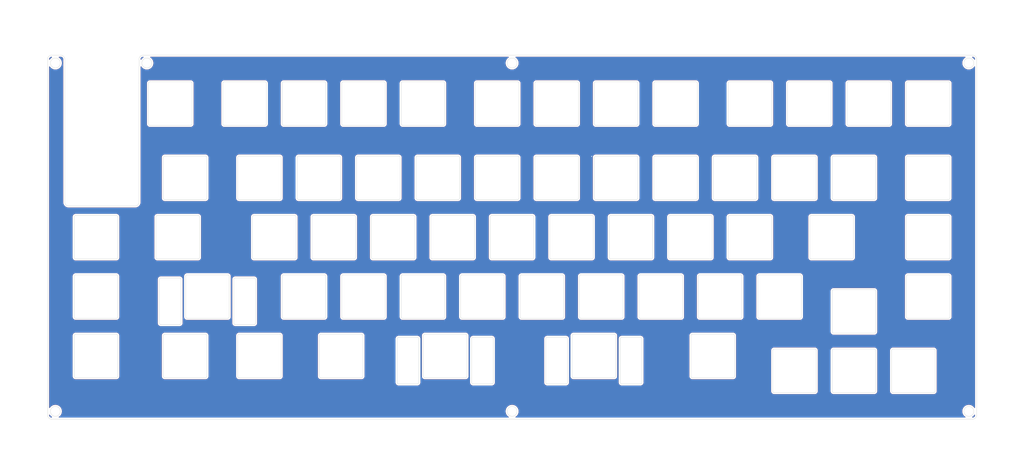
<source format=kicad_pcb>
(kicad_pcb (version 20240108) (generator "pcbnew") (generator_version "8.0")
  (layers (0 "F.Cu" signal) (31 "B.Cu" signal) (34 "B.Paste" user) (35 "F.Paste" user) (36 "B.SilkS" user "B.Silkscreen") (37 "F.SilkS" user "F.Silkscreen") (38 "B.Mask" user) (39 "F.Mask" user) (44 "Edge.Cuts" user))
  (net 0 "")
  (net 1 "GND")
  (gr_line (start 314.723962 121.826712) (end 314.723962 134.826712) (stroke (width 0.1)) (layer "Edge.Cuts"))
  (gr_arc (start 361.848962 121.326712) (mid 362.202515 121.473159) (end 362.348962 121.826712) (stroke (width 0.1)) (layer "Edge.Cuts"))
  (gr_arc (start 171.848962 115.776712) (mid 171.702515 116.130265) (end 171.348962 116.276712) (stroke (width 0.1)) (layer "Edge.Cuts"))
  (gr_line (start 234.548962 102.276712) (end 247.548962 102.276712) (stroke (width 0.1)) (layer "Edge.Cuts"))
  (gr_arc (start 210.236462 59.914212) (mid 210.382909 59.560659) (end 210.736462 59.414212) (stroke (width 0.1)) (layer "Edge.Cuts"))
  (gr_line (start 185.629712 141.376712) (end 191.629662 141.376712) (stroke (width 0.1)) (layer "Edge.Cuts"))
  (gr_arc (start 357.086462 145.139212) (mid 357.440015 145.285659) (end 357.586462 145.639212) (stroke (width 0.1)) (layer "Edge.Cuts"))
  (gr_arc (start 233.254762 156.376712) (mid 232.898701 156.227723) (end 232.754712 155.869612) (stroke (width 0.1)) (layer "Edge.Cuts"))
  (gr_line (start 228.998962 102.776712) (end 228.998962 115.776712) (stroke (width 0.1)) (layer "Edge.Cuts"))
  (gr_arc (start 291.698962 116.276712) (mid 291.345409 116.130265) (end 291.198962 115.776712) (stroke (width 0.1)) (layer "Edge.Cuts"))
  (gr_arc (start 263.130662 141.376712) (mid 263.486748 141.525726) (end 263.630712 141.883883) (stroke (width 0.1)) (layer "Edge.Cuts"))
  (gr_line (start 305.198962 102.776712) (end 305.198962 115.776712) (stroke (width 0.1)) (layer "Edge.Cuts"))
  (gr_line (start 190.398962 116.276712) (end 177.398962 116.276712) (stroke (width 0.1)) (layer "Edge.Cuts"))
  (gr_line (start 110.723962 83.226712) (end 123.723962 83.226712) (stroke (width 0.1)) (layer "Edge.Cuts"))
  (gr_line (start 153.586462 83.226712) (end 166.586462 83.226712) (stroke (width 0.1)) (layer "Edge.Cuts"))
  (gr_line (start 262.336462 59.914212) (end 262.336462 72.914212) (stroke (width 0.1)) (layer "Edge.Cuts"))
  (gr_arc (start 172.136462 83.726712) (mid 172.282909 83.373159) (end 172.636462 83.226712) (stroke (width 0.1)) (layer "Edge.Cuts"))
  (gr_arc (start 241.692862 154.376712) (mid 241.336736 154.227759) (end 241.192712 153.869612) (stroke (width 0.1)) (layer "Edge.Cuts"))
  (gr_arc (start 234.048962 102.776712) (mid 234.195409 102.423159) (end 234.548962 102.276712) (stroke (width 0.1)) (layer "Edge.Cuts"))
  (gr_line (start 129.273962 72.914212) (end 129.273962 59.914212) (stroke (width 0.1)) (layer "Edge.Cuts"))
  (gr_arc (start 330.892662 102.276712) (mid 331.248748 102.425726) (end 331.392712 102.783883) (stroke (width 0.1)) (layer "Edge.Cuts"))
  (gr_line (start 214.998962 115.776712) (end 214.998962 102.776712) (stroke (width 0.1)) (layer "Edge.Cuts"))
  (gr_arc (start 107.842712 102.776712) (mid 107.989162 102.423176) (end 108.342712 102.276712) (stroke (width 0.1)) (layer "Edge.Cuts"))
  (gr_line (start 267.386462 96.726712) (end 267.386462 83.726712) (stroke (width 0.1)) (layer "Edge.Cuts"))
  (gr_line (start 305.486462 96.726712) (end 305.486462 83.726712) (stroke (width 0.1)) (layer "Edge.Cuts"))
  (gr_line (start 348.348962 134.826712) (end 348.348962 121.826712) (stroke (width 0.1)) (layer "Edge.Cuts"))
  (gr_arc (start 257.130762 156.376712) (mid 256.774701 156.227723) (end 256.630712 155.869612) (stroke (width 0.1)) (layer "Edge.Cuts"))
  (gr_line (start 286.936462 83.226712) (end 299.936462 83.226712) (stroke (width 0.1)) (layer "Edge.Cuts"))
  (gr_line (start 357.086462 159.139212) (end 344.086462 159.139212) (stroke (width 0.1)) (layer "Edge.Cuts"))
  (gr_line (start 205.186462 83.726712) (end 205.186462 96.726712) (stroke (width 0.1)) (layer "Edge.Cuts"))
  (gr_line (start 207.067712 154.376712) (end 194.067762 154.376712) (stroke (width 0.1)) (layer "Edge.Cuts"))
  (gr_arc (start 285.648962 102.276712) (mid 286.002515 102.423159) (end 286.148962 102.776712) (stroke (width 0.1)) (layer "Edge.Cuts"))
  (gr_arc (start 215.498962 116.276712) (mid 215.145409 116.130265) (end 214.998962 115.776712) (stroke (width 0.1)) (layer "Edge.Cuts"))
  (gr_line (start 131.367712 121.833883) (end 131.367712 134.826712) (stroke (width 0.1)) (layer "Edge.Cuts"))
  (gr_arc (start 177.398962 116.276712) (mid 177.045409 116.130265) (end 176.898962 115.776712) (stroke (width 0.1)) (layer "Edge.Cuts"))
  (gr_line (start 257.573962 121.826712) (end 257.573962 134.826712) (stroke (width 0.1)) (layer "Edge.Cuts"))
  (gr_arc (start 172.636462 97.226712) (mid 172.282909 97.080265) (end 172.136462 96.726712) (stroke (width 0.1)) (layer "Edge.Cuts"))
  (gr_line (start 147.536462 97.226712) (end 134.536462 97.226712) (stroke (width 0.1)) (layer "Edge.Cuts"))
  (gr_arc (start 82.148962 116.276712) (mid 81.795409 116.130265) (end 81.648962 115.776712) (stroke (width 0.1)) (layer "Edge.Cuts"))
  (gr_arc (start 257.573962 134.826712) (mid 257.427515 135.180265) (end 257.073962 135.326712) (stroke (width 0.1)) (layer "Edge.Cuts"))
  (gr_line (start 139.305712 137.326712) (end 133.305762 137.326712) (stroke (width 0.1)) (layer "Edge.Cuts"))
  (gr_line (start 176.898962 115.776712) (end 176.898962 102.776712) (stroke (width 0.1)) (layer "Edge.Cuts"))
  (gr_arc (start 266.598962 102.276712) (mid 266.952515 102.423159) (end 267.098962 102.776712) (stroke (width 0.1)) (layer "Edge.Cuts"))
  (gr_arc (start 209.505762 156.376712) (mid 209.149701 156.227723) (end 209.005712 155.869612) (stroke (width 0.1)) (layer "Edge.Cuts"))
  (gr_arc (start 291.698962 73.414212) (mid 291.345409 73.267765) (end 291.198962 72.914212) (stroke (width 0.1)) (layer "Edge.Cuts"))
  (gr_line (start 329.798962 59.414212) (end 342.798962 59.414212) (stroke (width 0.1)) (layer "Edge.Cuts"))
  (gr_arc (start 193.567712 140.876712) (mid 193.714162 140.523176) (end 194.067712 140.376712) (stroke (width 0.1)) (layer "Edge.Cuts"))
  (gr_arc (start 130.867562 121.326712) (mid 131.223713 121.47569) (end 131.367712 121.833883) (stroke (width 0.1)) (layer "Edge.Cuts"))
  (gr_arc (start 142.773962 59.414212) (mid 143.127515 59.560659) (end 143.273962 59.914212) (stroke (width 0.1)) (layer "Edge.Cuts"))
  (gr_arc (start 108.929712 122.826712) (mid 109.076162 122.473176) (end 109.429712 122.326712) (stroke (width 0.1)) (layer "Edge.Cuts"))
  (gr_arc (start 185.629862 156.376712) (mid 185.273736 156.227759) (end 185.129712 155.869612) (stroke (width 0.1)) (layer "Edge.Cuts"))
  (gr_line (start 166.586462 97.226712) (end 153.586462 97.226712) (stroke (width 0.1)) (layer "Edge.Cuts"))
  (gr_arc (start 82.148962 154.376712) (mid 81.795409 154.230265) (end 81.648962 153.876712) (stroke (width 0.1)) (layer "Edge.Cuts"))
  (gr_line (start 338.536462 83.726712) (end 338.536462 96.726712) (stroke (width 0.1)) (layer "Edge.Cuts"))
  (gr_circle (center 75.648962 53.414212) (end 77.248962 53.414212) (stroke (width 0.1)) (fill none) (layer "Edge.Cuts"))
  (gr_arc (start 157.848962 102.776712) (mid 157.995409 102.423159) (end 158.348962 102.276712) (stroke (width 0.1)) (layer "Edge.Cuts"))
  (gr_line (start 118.961462 73.414212) (end 105.961462 73.414212) (stroke (width 0.1)) (layer "Edge.Cuts"))
  (gr_line (start 229.786462 83.226712) (end 242.786462 83.226712) (stroke (width 0.1)) (layer "Edge.Cuts"))
  (gr_line (start 348.348962 72.914212) (end 348.348962 59.914212) (stroke (width 0.1)) (layer "Edge.Cuts"))
  (gr_line (start 257.073962 135.326712) (end 244.073962 135.326712) (stroke (width 0.1)) (layer "Edge.Cuts"))
  (gr_arc (start 123.723962 83.226712) (mid 124.077515 83.373159) (end 124.223962 83.726712) (stroke (width 0.1)) (layer "Edge.Cuts"))
  (gr_line (start 243.573962 134.826712) (end 243.573962 121.826712) (stroke (width 0.1)) (layer "Edge.Cuts"))
  (gr_line (start 167.873962 121.326712) (end 180.873962 121.326712) (stroke (width 0.1)) (layer "Edge.Cuts"))
  (gr_arc (start 161.823962 59.414212) (mid 162.177515 59.560659) (end 162.323962 59.914212) (stroke (width 0.1)) (layer "Edge.Cuts"))
  (gr_arc (start 210.736462 73.414212) (mid 210.382909 73.267765) (end 210.236462 72.914212) (stroke (width 0.1)) (layer "Edge.Cuts"))
  (gr_line (start 161.823962 73.414212) (end 148.823962 73.414212) (stroke (width 0.1)) (layer "Edge.Cuts"))
  (gr_arc (start 348.348962 59.914212) (mid 348.495409 59.560659) (end 348.848962 59.414212) (stroke (width 0.1)) (layer "Edge.Cuts"))
  (gr_arc (start 219.473962 134.826712) (mid 219.327515 135.180265) (end 218.973962 135.326712) (stroke (width 0.1)) (layer "Edge.Cuts"))
  (gr_arc (start 338.036462 83.226712) (mid 338.390015 83.373159) (end 338.536462 83.726712) (stroke (width 0.1)) (layer "Edge.Cuts"))
  (gr_line (start 152.798962 102.776712) (end 152.798962 115.776712) (stroke (width 0.1)) (layer "Edge.Cuts"))
  (gr_circle (center 368.348962 165.139212) (end 369.948962 165.139212) (stroke (width 0.1)) (fill none) (layer "Edge.Cuts"))
  (gr_arc (start 110.223962 140.876712) (mid 110.370409 140.523159) (end 110.723962 140.376712) (stroke (width 0.1)) (layer "Edge.Cuts"))
  (gr_line (start 291.198962 115.776712) (end 291.198962 102.776712) (stroke (width 0.1)) (layer "Edge.Cuts"))
  (gr_line (start 295.173962 135.326712) (end 282.173962 135.326712) (stroke (width 0.1)) (layer "Edge.Cuts"))
  (gr_arc (start 319.486462 96.726712) (mid 319.340015 97.080265) (end 318.986462 97.226712) (stroke (width 0.1)) (layer "Edge.Cuts"))
  (gr_line (start 200.423962 121.826712) (end 200.423962 134.826712) (stroke (width 0.1)) (layer "Edge.Cuts"))
  (gr_arc (start 324.536462 126.589212) (mid 324.682909 126.235659) (end 325.036462 126.089212) (stroke (width 0.1)) (layer "Edge.Cuts"))
  (gr_arc (start 205.473962 121.826712) (mid 205.620409 121.473159) (end 205.973962 121.326712) (stroke (width 0.1)) (layer "Edge.Cuts"))
  (gr_line (start 172.636462 83.226712) (end 185.636462 83.226712) (stroke (width 0.1)) (layer "Edge.Cuts"))
  (gr_line (start 153.086462 96.726712) (end 153.086462 83.726712) (stroke (width 0.1)) (layer "Edge.Cuts"))
  (gr_arc (start 174.230212 153.876712) (mid 174.083762 154.230248) (end 173.730212 154.376712) (stroke (width 0.1)) (layer "Edge.Cuts"))
  (gr_line (start 324.248962 59.914212) (end 324.248962 72.914212) (stroke (width 0.1)) (layer "Edge.Cuts"))
  (gr_line (start 171.848962 102.776712) (end 171.848962 115.776712) (stroke (width 0.1)) (layer "Edge.Cuts"))
  (gr_line (start 282.173962 121.326712) (end 295.173962 121.326712) (stroke (width 0.1)) (layer "Edge.Cuts"))
  (gr_line (start 281.673962 134.826712) (end 281.673962 121.826712) (stroke (width 0.1)) (layer "Edge.Cuts"))
  (gr_arc (start 342.798962 59.414212) (mid 343.152515 59.560659) (end 343.298962 59.914212) (stroke (width 0.1)) (layer "Edge.Cuts"))
  (gr_arc (start 224.236462 72.914212) (mid 224.090015 73.267765) (end 223.736462 73.414212) (stroke (width 0.1)) (layer "Edge.Cuts"))
  (gr_line (start 267.886462 59.414212) (end 280.886462 59.414212) (stroke (width 0.1)) (layer "Edge.Cuts"))
  (gr_arc (start 323.748962 59.414212) (mid 324.102515 59.560659) (end 324.248962 59.914212) (stroke (width 0.1)) (layer "Edge.Cuts"))
  (gr_arc (start 167.373962 59.914212) (mid 167.520409 59.560659) (end 167.873962 59.414212) (stroke (width 0.1)) (layer "Edge.Cuts"))
  (gr_arc (start 209.948962 115.776712) (mid 209.802515 116.130265) (end 209.448962 116.276712) (stroke (width 0.1)) (layer "Edge.Cuts"))
  (gr_line (start 281.386462 83.726712) (end 281.386462 96.726712) (stroke (width 0.1)) (layer "Edge.Cuts"))
  (gr_line (start 362.348962 121.826712) (end 362.348962 134.826712) (stroke (width 0.1)) (layer "Edge.Cuts"))
  (gr_arc (start 77.39896 50.914212) (mid 78.282845 51.280329) (end 78.648962 52.164214) (stroke (width 0.1)) (layer "Edge.Cuts"))
  (gr_arc (start 348.848962 97.226712) (mid 348.495409 97.080265) (end 348.348962 96.726712) (stroke (width 0.1)) (layer "Edge.Cuts"))
  (gr_line (start 132.805712 136.819612) (end 132.805712 122.826712) (stroke (width 0.1)) (layer "Edge.Cuts"))
  (gr_line (start 121.342712 116.276712) (end 108.342762 116.276712) (stroke (width 0.1)) (layer "Edge.Cuts"))
  (gr_arc (start 291.198962 102.776712) (mid 291.345409 102.423159) (end 291.698962 102.276712) (stroke (width 0.1)) (layer "Edge.Cuts"))
  (gr_arc (start 300.436462 96.726712) (mid 300.290015 97.080265) (end 299.936462 97.226712) (stroke (width 0.1)) (layer "Edge.Cuts"))
  (gr_line (start 279.792712 140.376712) (end 292.792662 140.376712) (stroke (width 0.1)) (layer "Edge.Cuts"))
  (gr_line (start 209.448962 116.276712) (end 196.448962 116.276712) (stroke (width 0.1)) (layer "Edge.Cuts"))
  (gr_line (start 257.130712 141.376712) (end 263.130662 141.376712) (stroke (width 0.1)) (layer "Edge.Cuts"))
  (gr_line (start 95.648962 102.776712) (end 95.648962 115.776712) (stroke (width 0.1)) (layer "Edge.Cuts"))
  (gr_line (start 243.286462 59.914212) (end 243.286462 72.914212) (stroke (width 0.1)) (layer "Edge.Cuts"))
  (gr_line (start 305.986462 145.139212) (end 318.986462 145.139212) (stroke (width 0.1)) (layer "Edge.Cuts"))
  (gr_arc (start 124.223962 153.876712) (mid 124.077515 154.230265) (end 123.723962 154.376712) (stroke (width 0.1)) (layer "Edge.Cuts"))
  (gr_arc (start 171.348962 102.276712) (mid 171.702515 102.423159) (end 171.848962 102.776712) (stroke (width 0.1)) (layer "Edge.Cuts"))
  (gr_arc (start 194.067762 154.376712) (mid 193.711701 154.227723) (end 193.567712 153.869612) (stroke (width 0.1)) (layer "Edge.Cuts"))
  (gr_arc (start 262.623962 121.826712) (mid 262.770409 121.473159) (end 263.123962 121.326712) (stroke (width 0.1)) (layer "Edge.Cuts"))
  (gr_arc (start 272.648962 116.276712) (mid 272.295409 116.130265) (end 272.148962 115.776712) (stroke (width 0.1)) (layer "Edge.Cuts"))
  (gr_arc (start 81.648962 121.826712) (mid 81.795409 121.473159) (end 82.148962 121.326712) (stroke (width 0.1)) (layer "Edge.Cuts"))
  (gr_line (start 262.336462 83.726712) (end 262.336462 96.726712) (stroke (width 0.1)) (layer "Edge.Cuts"))
  (gr_line (start 181.373962 59.914212) (end 181.373962 72.914212) (stroke (width 0.1)) (layer "Edge.Cuts"))
  (gr_arc (start 361.848962 83.226712) (mid 362.202515 83.373159) (end 362.348962 83.726712) (stroke (width 0.1)) (layer "Edge.Cuts"))
  (gr_arc (start 254.692662 140.376712) (mid 255.048748 140.525726) (end 255.192712 140.883883) (stroke (width 0.1)) (layer "Edge.Cuts"))
  (gr_line (start 241.692712 140.376712) (end 254.692662 140.376712) (stroke (width 0.1)) (layer "Edge.Cuts"))
  (gr_line (start 293.292712 140.883883) (end 293.292712 153.876712) (stroke (width 0.1)) (layer "Edge.Cuts"))
  (gr_arc (start 153.586462 97.226712) (mid 153.232909 97.080265) (end 153.086462 96.726712) (stroke (width 0.1)) (layer "Edge.Cuts"))
  (gr_arc (start 280.886462 59.414212) (mid 281.240015 59.560659) (end 281.386462 59.914212) (stroke (width 0.1)) (layer "Edge.Cuts"))
  (gr_arc (start 262.336462 96.726712) (mid 262.190015 97.080265) (end 261.836462 97.226712) (stroke (width 0.1)) (layer "Edge.Cuts"))
  (gr_arc (start 281.386462 96.726712) (mid 281.240015 97.080265) (end 280.886462 97.226712) (stroke (width 0.1)) (layer "Edge.Cuts"))
  (gr_arc (start 305.198962 72.914212) (mid 305.052515 73.267765) (end 304.698962 73.414212) (stroke (width 0.1)) (layer "Edge.Cuts"))
  (gr_line (start 74.398964 167.639212) (end 369.598962 167.639212) (stroke (width 0.1)) (layer "Edge.Cuts"))
  (gr_arc (start 338.036462 145.139212) (mid 338.390015 145.285659) (end 338.536462 145.639212) (stroke (width 0.1)) (layer "Edge.Cuts"))
  (gr_line (start 209.005712 155.869612) (end 209.005712 141.876712) (stroke (width 0.1)) (layer "Edge.Cuts"))
  (gr_arc (start 82.148962 135.326712) (mid 81.795409 135.180265) (end 81.648962 134.826712) (stroke (width 0.1)) (layer "Edge.Cuts"))
  (gr_arc (start 210.736462 97.226712) (mid 210.382909 97.080265) (end 210.236462 96.726712) (stroke (width 0.1)) (layer "Edge.Cuts"))
  (gr_line (start 338.536462 145.639212) (end 338.536462 158.639212) (stroke (width 0.1)) (layer "Edge.Cuts"))
  (gr_arc (start 199.923962 59.414212) (mid 200.277515 59.560659) (end 200.423962 59.914212) (stroke (width 0.1)) (layer "Edge.Cuts"))
  (gr_line (start 361.848962 73.414212) (end 348.848962 73.414212) (stroke (width 0.1)) (layer "Edge.Cuts"))
  (gr_line (start 310.248962 72.914212) (end 310.248962 59.914212) (stroke (width 0.1)) (layer "Edge.Cuts"))
  (gr_line (start 291.698962 102.276712) (end 304.698962 102.276712) (stroke (width 0.1)) (layer "Edge.Cuts"))
  (gr_arc (start 204.686462 83.226712) (mid 205.040015 83.373159) (end 205.186462 83.726712) (stroke (width 0.1)) (layer "Edge.Cuts"))
  (gr_arc (start 134.036462 140.876712) (mid 134.182909 140.523159) (end 134.536462 140.376712) (stroke (width 0.1)) (layer "Edge.Cuts"))
  (gr_arc (start 148.323962 121.826712) (mid 148.470409 121.473159) (end 148.823962 121.326712) (stroke (width 0.1)) (layer "Edge.Cuts"))
  (gr_arc (start 276.623962 134.826712) (mid 276.477515 135.180265) (end 276.123962 135.326712) (stroke (width 0.1)) (layer "Edge.Cuts"))
  (gr_line (start 247.548962 116.276712) (end 234.548962 116.276712) (stroke (width 0.1)) (layer "Edge.Cuts"))
  (gr_arc (start 81.648962 102.776712) (mid 81.795409 102.423159) (end 82.148962 102.276712) (stroke (width 0.1)) (layer "Edge.Cuts"))
  (gr_arc (start 348.848962 116.276712) (mid 348.495409 116.130265) (end 348.348962 115.776712) (stroke (width 0.1)) (layer "Edge.Cuts"))
  (gr_line (start 286.148962 102.776712) (end 286.148962 115.776712) (stroke (width 0.1)) (layer "Edge.Cuts"))
  (gr_line (start 115.429712 137.326712) (end 109.429762 137.326712) (stroke (width 0.1)) (layer "Edge.Cuts"))
  (gr_line (start 331.392712 102.783883) (end 331.392712 115.776712) (stroke (width 0.1)) (layer "Edge.Cuts"))
  (gr_line (start 348.348962 96.726712) (end 348.348962 83.726712) (stroke (width 0.1)) (layer "Edge.Cuts"))
  (gr_line (start 229.786462 59.414212) (end 242.786462 59.414212) (stroke (width 0.1)) (layer "Edge.Cuts"))
  (gr_arc (start 324.248962 72.914212) (mid 324.102515 73.267765) (end 323.748962 73.414212) (stroke (width 0.1)) (layer "Edge.Cuts"))
  (gr_arc (start 200.423962 72.914212) (mid 200.277515 73.267765) (end 199.923962 73.414212) (stroke (width 0.1)) (layer "Edge.Cuts"))
  (gr_line (start 138.798962 115.776712) (end 138.798962 102.776712) (stroke (width 0.1)) (layer "Edge.Cuts"))
  (gr_arc (start 186.136462 96.726712) (mid 185.990015 97.080265) (end 185.636462 97.226712) (stroke (width 0.1)) (layer "Edge.Cuts"))
  (gr_line (start 229.286462 96.726712) (end 229.286462 83.726712) (stroke (width 0.1)) (layer "Edge.Cuts"))
  (gr_line (start 205.473962 134.826712) (end 205.473962 121.826712) (stroke (width 0.1)) (layer "Edge.Cuts"))
  (gr_line (start 82.148962 102.276712) (end 95.148962 102.276712) (stroke (width 0.1)) (layer "Edge.Cuts"))
  (gr_arc (start 190.898962 115.776712) (mid 190.752515 116.130265) (end 190.398962 116.276712) (stroke (width 0.1)) (layer "Edge.Cuts"))
  (gr_arc (start 234.548962 116.276712) (mid 234.195409 116.130265) (end 234.048962 115.776712) (stroke (width 0.1)) (layer "Edge.Cuts"))
  (gr_arc (start 325.036462 140.089212) (mid 324.682909 139.942765) (end 324.536462 139.589212) (stroke (width 0.1)) (layer "Edge.Cuts"))
  (gr_line (start 338.536462 126.589212) (end 338.536462 139.589212) (stroke (width 0.1)) (layer "Edge.Cuts"))
  (gr_line (start 238.523962 121.826712) (end 238.523962 134.826712) (stroke (width 0.1)) (layer "Edge.Cuts"))
  (gr_line (start 338.036462 97.226712) (end 325.036462 97.226712) (stroke (width 0.1)) (layer "Edge.Cuts"))
  (gr_circle (center 368.348962 53.414212) (end 369.948962 53.414212) (stroke (width 0.1)) (fill none) (layer "Edge.Cuts"))
  (gr_arc (start 209.448962 102.276712) (mid 209.802515 102.423159) (end 209.948962 102.776712) (stroke (width 0.1)) (layer "Edge.Cuts"))
  (gr_line (start 210.236462 72.914212) (end 210.236462 59.914212) (stroke (width 0.1)) (layer "Edge.Cuts"))
  (gr_line (start 348.848962 102.276712) (end 361.848962 102.276712) (stroke (width 0.1)) (layer "Edge.Cuts"))
  (gr_arc (start 244.073962 135.326712) (mid 243.720409 135.180265) (end 243.573962 134.826712) (stroke (width 0.1)) (layer "Edge.Cuts"))
  (gr_arc (start 291.198962 59.914212) (mid 291.345409 59.560659) (end 291.698962 59.414212) (stroke (width 0.1)) (layer "Edge.Cuts"))
  (gr_line (start 134.536462 83.226712) (end 147.536462 83.226712) (stroke (width 0.1)) (layer "Edge.Cuts"))
  (gr_line (start 276.623962 121.826712) (end 276.623962 134.826712) (stroke (width 0.1)) (layer "Edge.Cuts"))
  (gr_line (start 256.630712 155.869612) (end 256.630712 141.876712) (stroke (width 0.1)) (layer "Edge.Cuts"))
  (gr_line (start 291.698962 59.414212) (end 304.698962 59.414212) (stroke (width 0.1)) (layer "Edge.Cuts"))
  (gr_line (start 272.648962 102.276712) (end 285.648962 102.276712) (stroke (width 0.1)) (layer "Edge.Cuts"))
  (gr_line (start 148.823962 121.326712) (end 161.823962 121.326712) (stroke (width 0.1)) (layer "Edge.Cuts"))
  (gr_arc (start 167.373962 121.826712) (mid 167.520409 121.473159) (end 167.873962 121.326712) (stroke (width 0.1)) (layer "Edge.Cuts"))
  (gr_arc (start 243.286462 72.914212) (mid 243.140015 73.267765) (end 242.786462 73.414212) (stroke (width 0.1)) (layer "Edge.Cuts"))
  (gr_arc (start 304.698962 59.414212) (mid 305.052515 59.560659) (end 305.198962 59.914212) (stroke (width 0.1)) (layer "Edge.Cuts"))
  (gr_line (start 216.005712 141.883883) (end 216.005712 155.876712) (stroke (width 0.1)) (layer "Edge.Cuts"))
  (gr_arc (start 196.448962 116.276712) (mid 196.095409 116.130265) (end 195.948962 115.776712) (stroke (width 0.1)) (layer "Edge.Cuts"))
  (gr_arc (start 161.823962 121.326712) (mid 162.177515 121.473159) (end 162.323962 121.826712) (stroke (width 0.1)) (layer "Edge.Cuts"))
  (gr_arc (start 74.398964 167.639212) (mid 73.515079 167.273095) (end 73.148962 166.389211) (stroke (width 0.1)) (layer "Edge.Cuts"))
  (gr_arc (start 200.423962 134.826712) (mid 200.277515 135.180265) (end 199.923962 135.326712) (stroke (width 0.1)) (layer "Edge.Cuts"))
  (gr_line (start 167.373962 134.826712) (end 167.373962 121.826712) (stroke (width 0.1)) (layer "Edge.Cuts"))
  (gr_line (start 361.848962 135.326712) (end 348.848962 135.326712) (stroke (width 0.1)) (layer "Edge.Cuts"))
  (gr_arc (start 279.292712 140.876712) (mid 279.439162 140.523176) (end 279.792712 140.376712) (stroke (width 0.1)) (layer "Edge.Cuts"))
  (gr_line (start 134.036462 153.876712) (end 134.036462 140.876712) (stroke (width 0.1)) (layer "Edge.Cuts"))
  (gr_line (start 223.736462 97.226712) (end 210.736462 97.226712) (stroke (width 0.1)) (layer "Edge.Cuts"))
  (gr_arc (start 282.173962 135.326712) (mid 281.820409 135.180265) (end 281.673962 134.826712) (stroke (width 0.1)) (layer "Edge.Cuts"))
  (gr_line (start 342.798962 73.414212) (end 329.798962 73.414212) (stroke (width 0.1)) (layer "Edge.Cuts"))
  (gr_arc (start 267.886462 73.414212) (mid 267.532909 73.267765) (end 267.386462 72.914212) (stroke (width 0.1)) (layer "Edge.Cuts"))
  (gr_line (start 196.448962 102.276712) (end 209.448962 102.276712) (stroke (width 0.1)) (layer "Edge.Cuts"))
  (gr_line (start 318.986462 159.139212) (end 305.986462 159.139212) (stroke (width 0.1)) (layer "Edge.Cuts"))
  (gr_arc (start 167.873962 135.326712) (mid 167.520409 135.180265) (end 167.373962 134.826712) (stroke (width 0.1)) (layer "Edge.Cuts"))
  (gr_line (start 238.023962 135.326712) (end 225.023962 135.326712) (stroke (width 0.1)) (layer "Edge.Cuts"))
  (gr_line (start 205.973962 121.326712) (end 218.973962 121.326712) (stroke (width 0.1)) (layer "Edge.Cuts"))
  (gr_line (start 314.223962 135.326712) (end 301.223962 135.326712) (stroke (width 0.1)) (layer "Edge.Cuts"))
  (gr_arc (start 214.998962 102.776712) (mid 215.145409 102.423159) (end 215.498962 102.276712) (stroke (width 0.1)) (layer "Edge.Cuts"))
  (gr_arc (start 228.498962 102.276712) (mid 228.852515 102.423159) (end 228.998962 102.776712) (stroke (width 0.1)) (layer "Edge.Cuts"))
  (gr_arc (start 305.198962 115.776712) (mid 305.052515 116.130265) (end 304.698962 116.276712) (stroke (width 0.1)) (layer "Edge.Cuts"))
  (gr_line (start 195.948962 115.776712) (end 195.948962 102.776712) (stroke (width 0.1)) (layer "Edge.Cuts"))
  (gr_arc (start 329.798962 73.414212) (mid 329.445409 73.267765) (end 329.298962 72.914212) (stroke (width 0.1)) (layer "Edge.Cuts"))
  (gr_line (start 108.929712 136.819612) (end 108.929712 122.826712) (stroke (width 0.1)) (layer "Edge.Cuts"))
  (gr_line (start 253.098962 115.776712) (end 253.098962 102.776712) (stroke (width 0.1)) (layer "Edge.Cuts"))
  (gr_line (start 110.223962 153.876712) (end 110.223962 140.876712) (stroke (width 0.1)) (layer "Edge.Cuts"))
  (gr_line (start 102.461462 52.164212) (end 102.461462 59.914212) (stroke (width 0.1)) (layer "Edge.Cuts"))
  (gr_arc (start 148.036462 153.876712) (mid 147.890015 154.230265) (end 147.536462 154.376712) (stroke (width 0.1)) (layer "Edge.Cuts"))
  (gr_arc (start 199.923962 121.326712) (mid 200.277515 121.473159) (end 200.423962 121.826712) (stroke (width 0.1)) (layer "Edge.Cuts"))
  (gr_arc (start 338.036462 126.089212) (mid 338.390015 126.235659) (end 338.536462 126.589212) (stroke (width 0.1)) (layer "Edge.Cuts"))
  (gr_line (start 160.230212 153.869612) (end 160.230212 140.876712) (stroke (width 0.1)) (layer "Edge.Cuts"))
  (gr_line (start 348.848962 83.226712) (end 361.848962 83.226712) (stroke (width 0.1)) (layer "Edge.Cuts"))
  (gr_line (start 224.523962 134.826712) (end 224.523962 121.826712) (stroke (width 0.1)) (layer "Edge.Cuts"))
  (gr_arc (start 248.336462 59.914212) (mid 248.482909 59.560659) (end 248.836462 59.414212) (stroke (width 0.1)) (layer "Edge.Cuts"))
  (gr_arc (start 223.736462 59.414212) (mid 224.090015 59.560659) (end 224.236462 59.914212) (stroke (width 0.1)) (layer "Edge.Cuts"))
  (gr_arc (start 139.298962 116.276712) (mid 138.945409 116.130265) (end 138.798962 115.776712) (stroke (width 0.1)) (layer "Edge.Cuts"))
  (gr_line (start 95.648962 121.826712) (end 95.648962 134.826712) (stroke (width 0.1)) (layer "Edge.Cuts"))
  (gr_line (start 190.898962 102.776712) (end 190.898962 115.776712) (stroke (width 0.1)) (layer "Edge.Cuts"))
  (gr_line (start 123.723962 97.226712) (end 110.723962 97.226712) (stroke (width 0.1)) (layer "Edge.Cuts"))
  (gr_arc (start 286.436462 83.726712) (mid 286.582909 83.373159) (end 286.936462 83.226712) (stroke (width 0.1)) (layer "Edge.Cuts"))
  (gr_line (start 78.648962 57.664212) (end 78.648962 52.164214) (stroke (width 0.1)) (layer "Edge.Cuts"))
  (gr_line (start 191.686462 83.226712) (end 204.686462 83.226712) (stroke (width 0.1)) (layer "Edge.Cuts"))
  (gr_line (start 81.648962 115.776712) (end 81.648962 102.776712) (stroke (width 0.1)) (layer "Edge.Cuts"))
  (gr_arc (start 207.067662 140.376712) (mid 207.423748 140.525726) (end 207.567712 140.883883) (stroke (width 0.1)) (layer "Edge.Cuts"))
  (gr_arc (start 248.336462 83.726712) (mid 248.482909 83.373159) (end 248.836462 83.226712) (stroke (width 0.1)) (layer "Edge.Cuts"))
  (gr_line (start 180.873962 135.326712) (end 167.873962 135.326712) (stroke (width 0.1)) (layer "Edge.Cuts"))
  (gr_line (start 361.848962 97.226712) (end 348.848962 97.226712) (stroke (width 0.1)) (layer "Edge.Cuts"))
  (gr_line (start 133.305712 122.326712) (end 139.305662 122.326712) (stroke (width 0.1)) (layer "Edge.Cuts"))
  (gr_line (start 344.086462 145.139212) (end 357.086462 145.139212) (stroke (width 0.1)) (layer "Edge.Cuts"))
  (gr_arc (start 255.192712 153.876712) (mid 255.046262 154.230248) (end 254.692712 154.376712) (stroke (width 0.1)) (layer "Edge.Cuts"))
  (gr_line (start 199.923962 73.414212) (end 186.923962 73.414212) (stroke (width 0.1)) (layer "Edge.Cuts"))
  (gr_arc (start 134.536462 154.376712) (mid 134.182909 154.230265) (end 134.036462 153.876712) (stroke (width 0.1)) (layer "Edge.Cuts"))
  (gr_line (start 95.648962 140.876712) (end 95.648962 153.876712) (stroke (width 0.1)) (layer "Edge.Cuts"))
  (gr_line (start 305.486462 158.639212) (end 305.486462 145.639212) (stroke (width 0.1)) (layer "Edge.Cuts"))
  (gr_arc (start 167.873962 73.414212) (mid 167.520409 73.267765) (end 167.373962 72.914212) (stroke (width 0.1)) (layer "Edge.Cuts"))
  (gr_arc (start 348.348962 83.726712) (mid 348.495409 83.373159) (end 348.848962 83.226712) (stroke (width 0.1)) (layer "Edge.Cuts"))
  (gr_line (start 186.923962 59.414212) (end 199.923962 59.414212) (stroke (width 0.1)) (layer "Edge.Cuts"))
  (gr_line (start 95.148962 154.376712) (end 82.148962 154.376712) (stroke (width 0.1)) (layer "Edge.Cuts"))
  (gr_arc (start 338.536462 158.639212) (mid 338.390015 158.992765) (end 338.036462 159.139212) (stroke (width 0.1)) (layer "Edge.Cuts"))
  (gr_arc (start 110.723962 97.226712) (mid 110.370409 97.080265) (end 110.223962 96.726712) (stroke (width 0.1)) (layer "Edge.Cuts"))
  (gr_arc (start 318.986462 145.139212) (mid 319.340015 145.285659) (end 319.486462 145.639212) (stroke (width 0.1)) (layer "Edge.Cuts"))
  (gr_arc (start 218.973962 121.326712) (mid 219.327515 121.473159) (end 219.473962 121.826712) (stroke (width 0.1)) (layer "Edge.Cuts"))
  (gr_arc (start 102.461462 52.164212) (mid 102.827579 51.280329) (end 103.711462 50.914212) (stroke (width 0.1)) (layer "Edge.Cuts"))
  (gr_arc (start 295.673962 134.826712) (mid 295.527515 135.180265) (end 295.173962 135.326712) (stroke (width 0.1)) (layer "Edge.Cuts"))
  (gr_line (start 105.461462 72.914212) (end 105.461462 59.914212) (stroke (width 0.1)) (layer "Edge.Cuts"))
  (gr_arc (start 181.373962 134.826712) (mid 181.227515 135.180265) (end 180.873962 135.326712) (stroke (width 0.1)) (layer "Edge.Cuts"))
  (gr_arc (start 293.292712 153.876712) (mid 293.146262 154.230248) (end 292.792712 154.376712) (stroke (width 0.1)) (layer "Edge.Cuts"))
  (gr_arc (start 263.630712 155.876712) (mid 263.484262 156.230248) (end 263.130712 156.376712) (stroke (width 0.1)) (layer "Edge.Cuts"))
  (gr_arc (start 239.254662 141.376712) (mid 239.610748 141.525726) (end 239.754712 141.883883) (stroke (width 0.1)) (layer "Edge.Cuts"))
  (gr_line (start 262.623962 134.826712) (end 262.623962 121.826712) (stroke (width 0.1)) (layer "Edge.Cuts"))
  (gr_line (start 210.236462 96.726712) (end 210.236462 83.726712) (stroke (width 0.1)) (layer "Edge.Cuts"))
  (gr_line (start 330.892712 116.276712) (end 317.892762 116.276712) (stroke (width 0.1)) (layer "Edge.Cuts"))
  (gr_arc (start 180.873962 121.326712) (mid 181.227515 121.473159) (end 181.373962 121.826712) (stroke (width 0.1)) (layer "Edge.Cuts"))
  (gr_line (start 108.342712 102.276712) (end 121.342662 102.276712) (stroke (width 0.1)) (layer "Edge.Cuts"))
  (gr_line (start 325.036462 83.226712) (end 338.036462 83.226712) (stroke (width 0.1)) (layer "Edge.Cuts"))
  (gr_arc (start 190.398962 102.276712) (mid 190.752515 102.423159) (end 190.898962 102.776712) (stroke (width 0.1)) (layer "Edge.Cuts"))
  (gr_arc (start 191.629662 141.376712) (mid 191.985748 141.525726) (end 192.129712 141.883883) (stroke (width 0.1)) (layer "Edge.Cuts"))
  (gr_line (start 255.192712 140.883883) (end 255.192712 153.876712) (stroke (width 0.1)) (layer "Edge.Cuts"))
  (gr_arc (start 272.148962 102.776712) (mid 272.295409 102.423159) (end 272.648962 102.276712) (stroke (width 0.1)) (layer "Edge.Cuts"))
  (gr_arc (start 300.723962 121.826712) (mid 300.870409 121.473159) (end 301.223962 121.326712) (stroke (width 0.1)) (layer "Edge.Cuts"))
  (gr_line (start 248.048962 102.776712) (end 248.048962 115.776712) (stroke (width 0.1)) (layer "Edge.Cuts"))
  (gr_line (start 301.223962 121.326712) (end 314.223962 121.326712) (stroke (width 0.1)) (layer "Edge.Cuts"))
  (gr_line (start 142.773962 73.414212) (end 129.773962 73.414212) (stroke (width 0.1)) (layer "Edge.Cuts"))
  (gr_line (start 167.086462 83.726712) (end 167.086462 96.726712) (stroke (width 0.1)) (layer "Edge.Cuts"))
  (gr_arc (start 344.086462 159.139212) (mid 343.732909 158.992765) (end 343.586462 158.639212) (stroke (width 0.1)) (layer "Edge.Cuts"))
  (gr_line (start 158.348962 102.276712) (end 171.348962 102.276712) (stroke (width 0.1)) (layer "Edge.Cuts"))
  (gr_arc (start 242.786462 59.414212) (mid 243.140015 59.560659) (end 243.286462 59.914212) (stroke (width 0.1)) (layer "Edge.Cuts"))
  (gr_line (start 267.386462 72.914212) (end 267.386462 59.914212) (stroke (width 0.1)) (layer "Edge.Cuts"))
  (gr_arc (start 247.548962 102.276712) (mid 247.902515 102.423159) (end 248.048962 102.776712) (stroke (width 0.1)) (layer "Edge.Cuts"))
  (gr_arc (start 95.648962 115.776712) (mid 95.502515 116.130265) (end 95.148962 116.276712) (stroke (width 0.1)) (layer "Edge.Cuts"))
  (gr_circle (center 104.961462 53.414212) (end 106.561462 53.414212) (stroke (width 0.1)) (fill none) (layer "Edge.Cuts"))
  (gr_line (start 167.373962 72.914212) (end 167.373962 59.914212) (stroke (width 0.1)) (layer "Edge.Cuts"))
  (gr_line (start 324.536462 139.589212) (end 324.536462 126.589212) (stroke (width 0.1)) (layer "Edge.Cuts"))
  (gr_line (start 148.323962 134.826712) (end 148.323962 121.826712) (stroke (width 0.1)) (layer "Edge.Cuts"))
  (gr_line (start 280.886462 97.226712) (end 267.886462 97.226712) (stroke (width 0.1)) (layer "Edge.Cuts"))
  (gr_line (start 263.123962 121.326712) (end 276.123962 121.326712) (stroke (width 0.1)) (layer "Edge.Cuts"))
  (gr_line (start 139.298962 102.276712) (end 152.298962 102.276712) (stroke (width 0.1)) (layer "Edge.Cuts"))
  (gr_arc (start 160.730262 154.376712) (mid 160.374201 154.227723) (end 160.230212 153.869612) (stroke (width 0.1)) (layer "Edge.Cuts"))
  (gr_line (start 210.736462 83.226712) (end 223.736462 83.226712) (stroke (width 0.1)) (layer "Edge.Cuts"))
  (gr_line (start 199.923962 135.326712) (end 186.923962 135.326712) (stroke (width 0.1)) (layer "Edge.Cuts"))
  (gr_arc (start 267.386462 83.726712) (mid 267.532909 83.373159) (end 267.886462 83.226712) (stroke (width 0.1)) (layer "Edge.Cuts"))
  (gr_arc (start 148.823962 135.326712) (mid 148.470409 135.180265) (end 148.323962 134.826712) (stroke (width 0.1)) (layer "Edge.Cuts"))
  (gr_arc (start 362.348962 115.776712) (mid 362.202515 116.130265) (end 361.848962 116.276712) (stroke (width 0.1)) (layer "Edge.Cuts"))
  (gr_line (start 194.067712 140.376712) (end 207.067662 140.376712) (stroke (width 0.1)) (layer "Edge.Cuts"))
  (gr_line (start 285.648962 116.276712) (end 272.648962 116.276712) (stroke (width 0.1)) (layer "Edge.Cuts"))
  (gr_line (start 219.473962 121.826712) (end 219.473962 134.826712) (stroke (width 0.1)) (layer "Edge.Cuts"))
  (gr_arc (start 232.754712 141.876712) (mid 232.901162 141.523176) (end 233.254712 141.376712) (stroke (width 0.1)) (layer "Edge.Cuts"))
  (gr_arc (start 348.848962 135.326712) (mid 348.495409 135.180265) (end 348.348962 134.826712) (stroke (width 0.1)) (layer "Edge.Cuts"))
  (gr_line (start 134.536462 140.376712) (end 147.536462 140.376712) (stroke (width 0.1)) (layer "Edge.Cuts"))
  (gr_arc (start 348.848962 73.414212) (mid 348.495409 73.267765) (end 348.348962 72.914212) (stroke (width 0.1)) (layer "Edge.Cuts"))
  (gr_line (start 324.536462 96.726712) (end 324.536462 83.726712) (stroke (width 0.1)) (layer "Edge.Cuts"))
  (gr_line (start 174.230212 140.883883) (end 174.230212 153.876712) (stroke (width 0.1)) (layer "Edge.Cuts"))
  (gr_line (start 242.786462 73.414212) (end 229.786462 73.414212) (stroke (width 0.1)) (layer "Edge.Cuts"))
  (gr_arc (start 152.798962 115.776712) (mid 152.652515 116.130265) (end 152.298962 116.276712) (stroke (width 0.1)) (layer "Edge.Cuts"))
  (gr_line (start 143.273962 59.914212) (end 143.273962 72.914212) (stroke (width 0.1)) (layer "Edge.Cuts"))
  (gr_line (start 343.298962 59.914212) (end 343.298962 72.914212) (stroke (width 0.1)) (layer "Edge.Cuts"))
  (gr_line (start 124.223962 83.726712) (end 124.223962 96.726712) (stroke (width 0.1)) (layer "Edge.Cuts"))
  (gr_line (start 121.842712 102.783883) (end 121.842712 115.776712) (stroke (width 0.1)) (layer "Edge.Cuts"))
  (gr_line (start 218.973962 135.326712) (end 205.973962 135.326712) (stroke (width 0.1)) (layer "Edge.Cuts"))
  (gr_line (start 77.39896 50.914212) (end 74.398963 50.914212) (stroke (width 0.1)) (layer "Edge.Cuts"))
  (gr_arc (start 185.129712 141.876712) (mid 185.276162 141.523176) (end 185.629712 141.376712) (stroke (width 0.1)) (layer "Edge.Cuts"))
  (gr_line (start 234.048962 115.776712) (end 234.048962 102.776712) (stroke (width 0.1)) (layer "Edge.Cuts"))
  (gr_line (start 248.336462 72.914212) (end 248.336462 59.914212) (stroke (width 0.1)) (layer "Edge.Cuts"))
  (gr_line (start 223.736462 73.414212) (end 210.736462 73.414212) (stroke (width 0.1)) (layer "Edge.Cuts"))
  (gr_line (start 319.486462 145.639212) (end 319.486462 158.639212) (stroke (width 0.1)) (layer "Edge.Cuts"))
  (gr_arc (start 238.023962 121.326712) (mid 238.377515 121.473159) (end 238.523962 121.826712) (stroke (width 0.1)) (layer "Edge.Cuts"))
  (gr_line (start 225.023962 121.326712) (end 238.023962 121.326712) (stroke (width 0.1)) (layer "Edge.Cuts"))
  (gr_arc (start 343.586462 145.639212) (mid 343.732909 145.285659) (end 344.086462 145.139212) (stroke (width 0.1)) (layer "Edge.Cuts"))
  (gr_arc (start 109.429762 137.326712) (mid 109.073701 137.177723) (end 108.929712 136.819612) (stroke (width 0.1)) (layer "Edge.Cuts"))
  (gr_arc (start 225.023962 135.326712) (mid 224.670409 135.180265) (end 224.523962 134.826712) (stroke (width 0.1)) (layer "Edge.Cuts"))
  (gr_line (start 110.223962 96.726712) (end 110.223962 83.726712) (stroke (width 0.1)) (layer "Edge.Cuts"))
  (gr_line (start 224.236462 83.726712) (end 224.236462 96.726712) (stroke (width 0.1)) (layer "Edge.Cuts"))
  (gr_arc (start 338.536462 96.726712) (mid 338.390015 97.080265) (end 338.036462 97.226712) (stroke (width 0.1)) (layer "Edge.Cuts"))
  (gr_arc (start 209.005712 141.876712) (mid 209.152162 141.523176) (end 209.505712 141.376712) (stroke (width 0.1)) (layer "Edge.Cuts"))
  (gr_line (start 318.986462 97.226712) (end 305.986462 97.226712) (stroke (width 0.1)) (layer "Edge.Cuts"))
  (gr_arc (start 129.273962 59.914212) (mid 129.420409 59.560659) (end 129.773962 59.414212) (stroke (width 0.1)) (layer "Edge.Cuts"))
  (gr_arc (start 243.286462 96.726712) (mid 243.140015 97.080265) (end 242.786462 97.226712) (stroke (width 0.1)) (layer "Edge.Cuts"))
  (gr_arc (start 180.873962 59.414212) (mid 181.227515 59.560659) (end 181.373962 59.914212) (stroke (width 0.1)) (layer "Edge.Cuts"))
  (gr_line (start 357.586462 145.639212) (end 357.586462 158.639212) (stroke (width 0.1)) (layer "Edge.Cuts"))
  (gr_arc (start 228.998962 115.776712) (mid 228.852515 116.130265) (end 228.498962 116.276712) (stroke (width 0.1)) (layer "Edge.Cuts"))
  (gr_arc (start 147.536462 140.376712) (mid 147.890015 140.523159) (end 148.036462 140.876712) (stroke (width 0.1)) (layer "Edge.Cuts"))
  (gr_arc (start 143.273962 72.914212) (mid 143.127515 73.267765) (end 142.773962 73.414212) (stroke (width 0.1)) (layer "Edge.Cuts"))
  (gr_line (start 348.848962 59.414212) (end 361.848962 59.414212) (stroke (width 0.1)) (layer "Edge.Cuts"))
  (gr_circle (center 75.648962 165.139212) (end 77.248962 165.139212) (stroke (width 0.1)) (fill none) (layer "Edge.Cuts"))
  (gr_arc (start 304.698962 102.276712) (mid 305.052515 102.423159) (end 305.198962 102.776712) (stroke (width 0.1)) (layer "Edge.Cuts"))
  (gr_arc (start 305.486462 145.639212) (mid 305.632909 145.285659) (end 305.986462 145.139212) (stroke (width 0.1)) (layer "Edge.Cuts"))
  (gr_arc (start 110.223962 83.726712) (mid 110.370409 83.373159) (end 110.723962 83.226712) (stroke (width 0.1)) (layer "Edge.Cuts"))
  (gr_line (start 281.386462 59.914212) (end 281.386462 72.914212) (stroke (width 0.1)) (layer "Edge.Cuts"))
  (gr_arc (start 305.986462 97.226712) (mid 305.632909 97.080265) (end 305.486462 96.726712) (stroke (width 0.1)) (layer "Edge.Cuts"))
  (gr_arc (start 257.073962 121.326712) (mid 257.427515 121.473159) (end 257.573962 121.826712) (stroke (width 0.1)) (layer "Edge.Cuts"))
  (gr_arc (start 195.948962 102.776712) (mid 196.095409 102.423159) (end 196.448962 102.276712) (stroke (width 0.1)) (layer "Edge.Cuts"))
  (gr_arc (start 95.148962 140.376712) (mid 95.502515 140.523159) (end 95.648962 140.876712) (stroke (width 0.1)) (layer "Edge.Cuts"))
  (gr_arc (start 314.723962 134.826712) (mid 314.577515 135.180265) (end 314.223962 135.326712) (stroke (width 0.1)) (layer "Edge.Cuts"))
  (gr_arc (start 256.630712 141.876712) (mid 256.777162 141.523176) (end 257.130712 141.376712) (stroke (width 0.1)) (layer "Edge.Cuts"))
  (gr_line (start 324.536462 158.639212) (end 324.536462 145.639212) (stroke (width 0.1)) (layer "Edge.Cuts"))
  (gr_arc (start 310.748962 73.414212) (mid 310.395409 73.267765) (end 310.248962 72.914212) (stroke (width 0.1)) (layer "Edge.Cuts"))
  (gr_arc (start 343.298962 72.914212) (mid 343.152515 73.267765) (end 342.798962 73.414212) (stroke (width 0.1)) (layer "Edge.Cuts"))
  (gr_arc (start 123.723962 140.376712) (mid 124.077515 140.523159) (end 124.223962 140.876712) (stroke (width 0.1)) (layer "Edge.Cuts"))
  (gr_line (start 229.286462 72.914212) (end 229.286462 59.914212) (stroke (width 0.1)) (layer "Edge.Cuts"))
  (gr_arc (start 305.986462 159.139212) (mid 305.632909 158.992765) (end 305.486462 158.639212) (stroke (width 0.1)) (layer "Edge.Cuts"))
  (gr_line (start 338.036462 159.139212) (end 325.036462 159.139212) (stroke (width 0.1)) (layer "Edge.Cuts"))
  (gr_line (start 148.823962 59.414212) (end 161.823962 59.414212) (stroke (width 0.1)) (layer "Edge.Cuts"))
  (gr_line (start 148.323962 72.914212) (end 148.323962 59.914212) (stroke (width 0.1)) (layer "Edge.Cuts"))
  (gr_circle (center 221.998962 165.139212) (end 223.598962 165.139212) (stroke (width 0.1)) (fill none) (layer "Edge.Cuts"))
  (gr_arc (start 138.798962 102.776712) (mid 138.945409 102.423159) (end 139.298962 102.276712) (stroke (width 0.1)) (layer "Edge.Cuts"))
  (gr_arc (start 229.286462 83.726712) (mid 229.432909 83.373159) (end 229.786462 83.226712) (stroke (width 0.1)) (layer "Edge.Cuts"))
  (gr_arc (start 192.129712 155.876712) (mid 191.983262 156.230248) (end 191.629712 156.376712) (stroke (width 0.1)) (layer "Edge.Cuts"))
  (gr_arc (start 115.429662 122.326712) (mid 115.785748 122.475726) (end 115.929712 122.833883) (stroke (width 0.1)) (layer "Edge.Cuts"))
  (gr_arc (start 314.223962 121.326712) (mid 314.577515 121.473159) (end 314.723962 121.826712) (stroke (width 0.1)) (layer "Edge.Cuts"))
  (gr_line (start 305.198962 59.914212) (end 305.198962 72.914212) (stroke (width 0.1)) (layer "Edge.Cuts"))
  (gr_line (start 160.730212 140.376712) (end 173.730162 140.376712) (stroke (width 0.1)) (layer "Edge.Cuts"))
  (gr_arc (start 147.536462 83.226712) (mid 147.890015 83.373159) (end 148.036462 83.726712) (stroke (width 0.1)) (layer "Edge.Cuts"))
  (gr_line (start 370.848962 166.389212) (end 370.848962 52.164212) (stroke (width 0.1)) (layer "Edge.Cuts"))
  (gr_arc (start 348.348962 121.826712) (mid 348.495409 121.473159) (end 348.848962 121.326712) (stroke (width 0.1)) (layer "Edge.Cuts"))
  (gr_arc (start 241.192712 140.876712) (mid 241.339162 140.523176) (end 241.692712 140.376712) (stroke (width 0.1)) (layer "Edge.Cuts"))
  (gr_arc (start 131.367712 134.826712) (mid 131.221262 135.180248) (end 130.867712 135.326712) (stroke (width 0.1)) (layer "Edge.Cuts"))
  (gr_arc (start 95.148962 121.326712) (mid 95.502515 121.473159) (end 95.648962 121.826712) (stroke (width 0.1)) (layer "Edge.Cuts"))
  (gr_line (start 295.673962 121.826712) (end 295.673962 134.826712) (stroke (width 0.1)) (layer "Edge.Cuts"))
  (gr_line (start 325.036462 126.089212) (end 338.036462 126.089212) (stroke (width 0.1)) (layer "Edge.Cuts"))
  (gr_line (start 115.929712 122.833883) (end 115.929712 136.826712) (stroke (width 0.1)) (layer "Edge.Cuts"))
  (gr_arc (start 305.486462 83.726712) (mid 305.632909 83.373159) (end 305.986462 83.226712) (stroke (width 0.1)) (layer "Edge.Cuts"))
  (gr_arc (start 281.386462 72.914212) (mid 281.240015 73.267765) (end 280.886462 73.414212) (stroke (width 0.1)) (layer "Edge.Cuts"))
  (gr_line (start 157.848962 115.776712) (end 157.848962 102.776712) (stroke (width 0.1)) (layer "Edge.Cuts"))
  (gr_arc (start 124.223962 96.726712) (mid 124.077515 97.080265) (end 123.723962 97.226712) (stroke (width 0.1)) (layer "Edge.Cuts"))
  (gr_line (start 261.836462 97.226712) (end 248.836462 97.226712) (stroke (width 0.1)) (layer "Edge.Cuts"))
  (gr_line (start 362.348962 83.726712) (end 362.348962 96.726712) (stroke (width 0.1)) (layer "Edge.Cuts"))
  (gr_line (start 215.498962 102.276712) (end 228.498962 102.276712) (stroke (width 0.1)) (layer "Edge.Cuts"))
  (gr_line (start 233.254712 141.376712) (end 239.254662 141.376712) (stroke (width 0.1)) (layer "Edge.Cuts"))
  (gr_arc (start 191.186462 83.726712) (mid 191.332909 83.373159) (end 191.686462 83.226712) (stroke (width 0.1)) (layer "Edge.Cuts"))
  (gr_arc (start 108.342762 116.276712) (mid 107.986701 116.127723) (end 107.842712 115.769612) (stroke (width 0.1)) (layer "Edge.Cuts"))
  (gr_arc (start 176.898962 102.776712) (mid 177.045409 102.423159) (end 177.398962 102.276712) (stroke (width 0.1)) (layer "Edge.Cuts"))
  (gr_arc (start 158.348962 116.276712) (mid 157.995409 116.130265) (end 157.848962 115.776712) (stroke (width 0.1)) (layer "Edge.Cuts"))
  (gr_line (start 81.648962 134.826712) (end 81.648962 121.826712) (stroke (width 0.1)) (layer "Edge.Cuts"))
  (gr_line (start 82.148962 140.376712) (end 95.148962 140.376712) (stroke (width 0.1)) (layer "Edge.Cuts"))
  (gr_line (start 200.423962 59.914212) (end 200.423962 72.914212) (stroke (width 0.1)) (layer "Edge.Cuts"))
  (gr_arc (start 216.005712 155.876712) (mid 215.859262 156.230248) (end 215.505712 156.376712) (stroke (width 0.1)) (layer "Edge.Cuts"))
  (gr_arc (start 261.836462 83.226712) (mid 262.190015 83.373159) (end 262.336462 83.726712) (stroke (width 0.1)) (layer "Edge.Cuts"))
  (gr_line (start 228.498962 116.276712) (end 215.498962 116.276712) (stroke (width 0.1)) (layer "Edge.Cuts"))
  (gr_line (start 162.323962 59.914212) (end 162.323962 72.914212) (stroke (width 0.1)) (layer "Edge.Cuts"))
  (gr_line (start 280.886462 73.414212) (end 267.886462 73.414212) (stroke (width 0.1)) (layer "Edge.Cuts"))
  (gr_arc (start 105.961462 73.414212) (mid 105.607909 73.267765) (end 105.461462 72.914212) (stroke (width 0.1)) (layer "Edge.Cuts"))
  (gr_line (start 304.698962 116.276712) (end 291.698962 116.276712) (stroke (width 0.1)) (layer "Edge.Cuts"))
  (gr_line (start 139.805712 122.833883) (end 139.805712 136.826712) (stroke (width 0.1)) (layer "Edge.Cuts"))
  (gr_arc (start 121.842712 115.776712) (mid 121.696262 116.130248) (end 121.342712 116.276712) (stroke (width 0.1)) (layer "Edge.Cuts"))
  (gr_arc (start 102.461462 98.026712) (mid 102.095345 98.910595) (end 101.211462 99.276712) (stroke (width 0.1)) (layer "Edge.Cuts"))
  (gr_line (start 180.873962 73.414212) (end 167.873962 73.414212) (stroke (width 0.1)) (layer "Edge.Cuts"))
  (gr_arc (start 263.123962 135.326712) (mid 262.770409 135.180265) (end 262.623962 134.826712) (stroke (width 0.1)) (layer "Edge.Cuts"))
  (gr_line (start 134.036462 96.726712) (end 134.036462 83.726712) (stroke (width 0.1)) (layer "Edge.Cuts"))
  (gr_line (start 73.148962 52.164214) (end 73.148962 166.389211) (stroke (width 0.1)) (layer "Edge.Cuts"))
  (gr_line (start 248.336462 96.726712) (end 248.336462 83.726712) (stroke (width 0.1)) (layer "Edge.Cuts"))
  (gr_arc (start 129.773962 73.414212) (mid 129.420409 73.267765) (end 129.273962 72.914212) (stroke (width 0.1)) (layer "Edge.Cuts"))
  (gr_arc (start 238.523962 134.826712) (mid 238.377515 135.180265) (end 238.023962 135.326712) (stroke (width 0.1)) (layer "Edge.Cuts"))
  (gr_arc (start 248.836462 73.414212) (mid 248.482909 73.267765) (end 248.336462 72.914212) (stroke (width 0.1)) (layer "Edge.Cuts"))
  (gr_line (start 117.367712 134.819612) (end 117.367712 121.826712) (stroke (width 0.1)) (layer "Edge.Cuts"))
  (gr_arc (start 276.123962 121.326712) (mid 276.477515 121.473159) (end 276.623962 121.826712) (stroke (width 0.1)) (layer "Edge.Cuts"))
  (gr_arc (start 191.686462 97.226712) (mid 191.332909 97.080265) (end 191.186462 96.726712) (stroke (width 0.1)) (layer "Edge.Cuts"))
  (gr_arc (start 105.461462 59.914212) (mid 105.607909 59.560659) (end 105.961462 59.414212) (stroke (width 0.1)) (layer "Edge.Cuts"))
  (gr_arc (start 162.323962 134.826712) (mid 162.177515 135.180265) (end 161.823962 135.326712) (stroke (width 0.1)) (layer "Edge.Cuts"))
  (gr_line (start 186.136462 83.726712) (end 186.136462 96.726712) (stroke (width 0.1)) (layer "Edge.Cuts"))
  (gr_line (start 167.873962 59.414212) (end 180.873962 59.414212) (stroke (width 0.1)) (layer "Edge.Cuts"))
  (gr_arc (start 317.392712 102.776712) (mid 317.539162 102.423176) (end 317.892712 102.276712) (stroke (width 0.1)) (layer "Edge.Cuts"))
  (gr_arc (start 281.673962 121.826712) (mid 281.820409 121.473159) (end 282.173962 121.326712) (stroke (width 0.1)) (layer "Edge.Cuts"))
  (gr_arc (start 167.086462 96.726712) (mid 166.940015 97.080265) (end 166.586462 97.226712) (stroke (width 0.1)) (layer "Edge.Cuts"))
  (gr_line (start 215.505712 156.376712) (end 209.505762 156.376712) (stroke (width 0.1)) (layer "Edge.Cuts"))
  (gr_line (start 185.129712 155.869612) (end 185.129712 141.876712) (stroke (width 0.1)) (layer "Edge.Cuts"))
  (gr_arc (start 181.373962 72.914212) (mid 181.227515 73.267765) (end 180.873962 73.414212) (stroke (width 0.1)) (layer "Edge.Cuts"))
  (gr_arc (start 118.961462 59.414212) (mid 119.315015 59.560659) (end 119.461462 59.914212) (stroke (width 0.1)) (layer "Edge.Cuts"))
  (gr_arc (start 215.505662 141.376712) (mid 215.861748 141.525726) (end 216.005712 141.883883) (stroke (width 0.1)) (layer "Edge.Cuts"))
  (gr_arc (start 79.898962 99.276712) (mid 79.015079 98.910595) (end 78.648962 98.026712) (stroke (width 0.1)) (layer "Edge.Cuts"))
  (gr_arc (start 95.148962 102.276712) (mid 95.502515 102.423159) (end 95.648962 102.776712) (stroke (width 0.1)) (layer "Edge.Cuts"))
  (gr_arc (start 81.648962 140.876712) (mid 81.795409 140.523159) (end 82.148962 140.376712) (stroke (width 0.1)) (layer "Edge.Cuts"))
  (gr_arc (start 173.730162 140.376712) (mid 174.086248 140.525726) (end 174.230212 140.883883) (stroke (width 0.1)) (layer "Edge.Cuts"))
  (gr_arc (start 361.848962 59.414212) (mid 362.202515 59.560659) (end 362.348962 59.914212) (stroke (width 0.1)) (layer "Edge.Cuts"))
  (gr_arc (start 280.886462 83.226712) (mid 281.240015 83.373159) (end 281.386462 83.726712) (stroke (width 0.1)) (layer "Edge.Cuts"))
  (gr_arc (start 239.754712 155.876712) (mid 239.608262 156.230248) (end 239.254712 156.376712) (stroke (width 0.1)) (layer "Edge.Cuts"))
  (gr_arc (start 152.298962 102.276712) (mid 152.652515 102.423159) (end 152.798962 102.776712) (stroke (width 0.1)) (layer "Edge.Cuts"))
  (gr_line (start 286.436462 96.726712) (end 286.436462 83.726712) (stroke (width 0.1)) (layer "Edge.Cuts"))
  (gr_line (start 148.036462 83.726712) (end 148.036462 96.726712) (stroke (width 0.1)) (layer "Edge.Cuts"))
  (gr_arc (start 95.648962 153.876712) (mid 95.502515 154.230265) (end 95.148962 154.376712) (stroke (width 0.1)) (layer "Edge.Cuts"))
  (gr_line (start 292.792712 154.376712) (end 279.792862 154.376712) (stroke (width 0.1)) (layer "Edge.Cuts"))
  (gr_line (start 181.373962 121.826712) (end 181.373962 134.826712) (stroke (width 0.1)) (layer "Edge.Cuts"))
  (gr_line (start 310.748962 59.414212) (end 323.748962 59.414212) (stroke (width 0.1)) (layer "Edge.Cuts"))
  (gr_line (start 186.423962 134.826712) (end 186.423962 121.826712) (stroke (width 0.1)) (layer "Edge.Cuts"))
  (gr_line (start 348.848962 121.326712) (end 361.848962 121.326712) (stroke (width 0.1)) (layer "Edge.Cuts"))
  (gr_circle (center 221.998962 53.414212) (end 223.598962 53.414212) (stroke (width 0.1)) (fill none) (layer "Edge.Cuts"))
  (gr_arc (start 148.323962 59.914212) (mid 148.470409 59.560659) (end 148.823962 59.414212) (stroke (width 0.1)) (layer "Edge.Cuts"))
  (gr_line (start 78.648962 98.026712) (end 78.648962 57.664212) (stroke (width 0.1)) (layer "Edge.Cuts"))
  (gr_arc (start 133.305762 137.326712) (mid 132.949701 137.177723) (end 132.805712 136.819612) (stroke (width 0.1)) (layer "Edge.Cuts"))
  (gr_arc (start 286.148962 115.776712) (mid 286.002515 116.130265) (end 285.648962 116.276712) (stroke (width 0.1)) (layer "Edge.Cuts"))
  (gr_line (start 95.148962 135.326712) (end 82.148962 135.326712) (stroke (width 0.1)) (layer "Edge.Cuts"))
  (gr_arc (start 242.786462 83.226712) (mid 243.140015 83.373159) (end 243.286462 83.726712) (stroke (width 0.1)) (layer "Edge.Cuts"))
  (gr_arc (start 362.348962 72.914212) (mid 362.202515 73.267765) (end 361.848962 73.414212) (stroke (width 0.1)) (layer "Edge.Cuts"))
  (gr_arc (start 229.286462 59.914212) (mid 229.432909 59.560659) (end 229.786462 59.414212) (stroke (width 0.1)) (layer "Edge.Cuts"))
  (gr_line (start 317.392712 115.769612) (end 317.392712 102.776712) (stroke (width 0.1)) (layer "Edge.Cuts"))
  (gr_arc (start 361.848962 102.276712) (mid 362.202515 102.423159) (end 362.348962 102.776712) (stroke (width 0.1)) (layer "Edge.Cuts"))
  (gr_line (start 224.236462 59.914212) (end 224.236462 72.914212) (stroke (width 0.1)) (layer "Edge.Cuts"))
  (gr_line (start 191.629712 156.376712) (end 185.629862 156.376712) (stroke (width 0.1)) (layer "Edge.Cuts"))
  (gr_line (start 305.986462 83.226712) (end 318.986462 83.226712) (stroke (width 0.1)) (layer "Edge.Cuts"))
  (gr_line (start 253.598962 102.276712) (end 266.598962 102.276712) (stroke (width 0.1)) (layer "Edge.Cuts"))
  (gr_line (start 172.136462 96.726712) (end 172.136462 83.726712) (stroke (width 0.1)) (layer "Edge.Cuts"))
  (gr_line (start 239.254712 156.376712) (end 233.254762 156.376712) (stroke (width 0.1)) (layer "Edge.Cuts"))
  (gr_arc (start 132.805712 122.826712) (mid 132.952162 122.473176) (end 133.305712 122.326712) (stroke (width 0.1)) (layer "Edge.Cuts"))
  (gr_arc (start 348.348962 102.776712) (mid 348.495409 102.423159) (end 348.848962 102.276712) (stroke (width 0.1)) (layer "Edge.Cuts"))
  (gr_arc (start 338.536462 139.589212) (mid 338.390015 139.942765) (end 338.036462 140.089212) (stroke (width 0.1)) (layer "Edge.Cuts"))
  (gr_arc (start 139.305662 122.326712) (mid 139.661748 122.475726) (end 139.805712 122.833883) (stroke (width 0.1)) (layer "Edge.Cuts"))
  (gr_arc (start 205.186462 96.726712) (mid 205.040015 97.080265) (end 204.686462 97.226712) (stroke (width 0.1)) (layer "Edge.Cuts"))
  (gr_arc (start 224.236462 96.726712) (mid 224.090015 97.080265) (end 223.736462 97.226712) (stroke (width 0.1)) (layer "Edge.Cuts"))
  (gr_line (start 148.036462 140.876712) (end 148.036462 153.876712) (stroke (width 0.1)) (layer "Edge.Cuts"))
  (gr_line (start 300.436462 83.726712) (end 300.436462 96.726712) (stroke (width 0.1)) (layer "Edge.Cuts"))
  (gr_arc (start 262.336462 72.914212) (mid 262.190015 73.267765) (end 261.836462 73.414212) (stroke (width 0.1)) (layer "Edge.Cuts"))
  (gr_line (start 263.630712 141.883883) (end 263.630712 155.876712) (stroke (width 0.1)) (layer "Edge.Cuts"))
  (gr_line (start 107.842712 115.769612) (end 107.842712 102.776712) (stroke (width 0.1)) (layer "Edge.Cuts"))
  (gr_arc (start 317.892762 116.276712) (mid 317.536701 116.127723) (end 317.392712 115.769612) (stroke (width 0.1)) (layer "Edge.Cuts"))
  (gr_arc (start 292.792662 140.376712) (mid 293.148748 140.525726) (end 293.292712 140.883883) (stroke (width 0.1)) (layer "Edge.Cuts"))
  (gr_line (start 102.461462 59.914212) (end 102.461462 98.026712) (stroke (width 0.1)) (layer "Edge.Cuts"))
  (gr_line (start 319.486462 83.726712) (end 319.486462 96.726712) (stroke (width 0.1)) (layer "Edge.Cuts"))
  (gr_line (start 209.505712 141.376712) (end 215.505662 141.376712) (stroke (width 0.1)) (layer "Edge.Cuts"))
  (gr_arc (start 267.386462 59.914212) (mid 267.532909 59.560659) (end 267.886462 59.414212) (stroke (width 0.1)) (layer "Edge.Cuts"))
  (gr_line (start 124.223962 140.876712) (end 124.223962 153.876712) (stroke (width 0.1)) (layer "Edge.Cuts"))
  (gr_line (start 338.036462 140.089212) (end 325.036462 140.089212) (stroke (width 0.1)) (layer "Edge.Cuts"))
  (gr_line (start 263.130712 156.376712) (end 257.130762 156.376712) (stroke (width 0.1)) (layer "Edge.Cuts"))
  (gr_line (start 186.423962 72.914212) (end 186.423962 59.914212) (stroke (width 0.1)) (layer "Edge.Cuts"))
  (gr_line (start 152.298962 116.276712) (end 139.298962 116.276712) (stroke (width 0.1)) (layer "Edge.Cuts"))
  (gr_line (start 267.098962 102.776712) (end 267.098962 115.776712) (stroke (width 0.1)) (layer "Edge.Cuts"))
  (gr_line (start 161.823962 135.326712) (end 148.823962 135.326712) (stroke (width 0.1)) (layer "Edge.Cuts"))
  (gr_line (start 291.198962 72.914212) (end 291.198962 59.914212) (stroke (width 0.1)) (layer "Edge.Cuts"))
  (gr_arc (start 325.036462 97.226712) (mid 324.682909 97.080265) (end 324.536462 96.726712) (stroke (width 0.1)) (layer "Edge.Cuts"))
  (gr_arc (start 248.836462 97.226712) (mid 248.482909 97.080265) (end 248.336462 96.726712) (stroke (width 0.1)) (layer "Edge.Cuts"))
  (gr_arc (start 362.348962 96.726712) (mid 362.202515 97.080265) (end 361.848962 97.226712) (stroke (width 0.1)) (layer "Edge.Cuts"))
  (gr_arc (start 253.598962 116.276712) (mid 253.245409 116.130265) (end 253.098962 115.776712) (stroke (width 0.1)) (layer "Edge.Cuts"))
  (gr_arc (start 279.792862 154.376712) (mid 279.436736 154.227759) (end 279.292712 153.869612) (stroke (width 0.1)) (layer "Edge.Cuts"))
  (gr_line (start 185.636462 97.226712) (end 172.636462 97.226712) (stroke (width 0.1)) (layer "Edge.Cuts"))
  (gr_arc (start 299.936462 83.226712) (mid 300.290015 83.373159) (end 300.436462 83.726712) (stroke (width 0.1)) (layer "Edge.Cuts"))
  (gr_line (start 244.073962 121.326712) (end 257.073962 121.326712) (stroke (width 0.1)) (layer "Edge.Cuts"))
  (gr_arc (start 229.786462 73.414212) (mid 229.432909 73.267765) (end 229.286462 72.914212) (stroke (width 0.1)) (layer "Edge.Cuts"))
  (gr_line (start 276.123962 135.326712) (end 263.123962 135.326712) (stroke (width 0.1)) (layer "Edge.Cuts"))
  (gr_line (start 323.748962 73.414212) (end 310.748962 73.414212) (stroke (width 0.1)) (layer "Edge.Cuts"))
  (gr_line (start 304.698962 73.414212) (end 291.698962 73.414212) (stroke (width 0.1)) (layer "Edge.Cuts"))
  (gr_arc (start 261.836462 59.414212) (mid 262.190015 59.560659) (end 262.336462 59.914212) (stroke (width 0.1)) (layer "Edge.Cuts"))
  (gr_arc (start 160.230212 140.876712) (mid 160.376662 140.523176) (end 160.730212 140.376712) (stroke (width 0.1)) (layer "Edge.Cuts"))
  (gr_line (start 207.567712 140.883883) (end 207.567712 153.876712) (stroke (width 0.1)) (layer "Edge.Cuts"))
  (gr_line (start 362.348962 59.914212) (end 362.348962 72.914212) (stroke (width 0.1)) (layer "Edge.Cuts"))
  (gr_line (start 109.429712 122.326712) (end 115.429662 122.326712) (stroke (width 0.1)) (layer "Edge.Cuts"))
  (gr_line (start 261.836462 73.414212) (end 248.836462 73.414212) (stroke (width 0.1)) (layer "Edge.Cuts"))
  (gr_arc (start 324.536462 83.726712) (mid 324.682909 83.373159) (end 325.036462 83.226712) (stroke (width 0.1)) (layer "Edge.Cuts"))
  (gr_arc (start 248.048962 115.776712) (mid 247.902515 116.130265) (end 247.548962 116.276712) (stroke (width 0.1)) (layer "Edge.Cuts"))
  (gr_line (start 162.323962 121.826712) (end 162.323962 134.826712) (stroke (width 0.1)) (layer "Edge.Cuts"))
  (gr_arc (start 229.786462 97.226712) (mid 229.432909 97.080265) (end 229.286462 96.726712) (stroke (width 0.1)) (layer "Edge.Cuts"))
  (gr_arc (start 95.648962 134.826712) (mid 95.502515 135.180265) (end 95.148962 135.326712) (stroke (width 0.1)) (layer "Edge.Cuts"))
  (gr_line (start 343.586462 158.639212) (end 343.586462 145.639212) (stroke (width 0.1)) (layer "Edge.Cuts"))
  (gr_arc (start 148.823962 73.414212) (mid 148.470409 73.267765) (end 148.323962 72.914212) (stroke (width 0.1)) (layer "Edge.Cuts"))
  (gr_arc (start 186.923962 135.326712) (mid 186.570409 135.180265) (end 186.423962 134.826712) (stroke (width 0.1)) (layer "Edge.Cuts"))
  (gr_line (start 266.598962 116.276712) (end 253.598962 116.276712) (stroke (width 0.1)) (layer "Edge.Cuts"))
  (gr_line (start 241.192712 153.869612) (end 241.192712 140.876712) (stroke (width 0.1)) (layer "Edge.Cuts"))
  (gr_arc (start 73.148962 52.164214) (mid 73.515079 51.280329) (end 74.398963 50.914212) (stroke (width 0.1)) (layer "Edge.Cuts"))
  (gr_arc (start 329.298962 59.914212) (mid 329.445409 59.560659) (end 329.798962 59.414212) (stroke (width 0.1)) (layer "Edge.Cuts"))
  (gr_arc (start 134.536462 97.226712) (mid 134.182909 97.080265) (end 134.036462 96.726712) (stroke (width 0.1)) (layer "Edge.Cuts"))
  (gr_line (start 210.736462 59.414212) (end 223.736462 59.414212) (stroke (width 0.1)) (layer "Edge.Cuts"))
  (gr_line (start 243.286462 83.726712) (end 243.286462 96.726712) (stroke (width 0.1)) (layer "Edge.Cuts"))
  (gr_arc (start 117.867762 135.326712) (mid 117.511701 135.177723) (end 117.367712 134.819612) (stroke (width 0.1)) (layer "Edge.Cuts"))
  (gr_arc (start 134.036462 83.726712) (mid 134.182909 83.373159) (end 134.536462 83.226712) (stroke (width 0.1)) (layer "Edge.Cuts"))
  (gr_line (start 299.936462 97.226712) (end 286.936462 97.226712) (stroke (width 0.1)) (layer "Edge.Cuts"))
  (gr_arc (start 119.461462 72.914212) (mid 119.315015 73.267765) (end 118.961462 73.414212) (stroke (width 0.1)) (layer "Edge.Cuts"))
  (gr_line (start 242.786462 97.226712) (end 229.786462 97.226712) (stroke (width 0.1)) (layer "Edge.Cuts"))
  (gr_line (start 361.848962 116.276712) (end 348.848962 116.276712) (stroke (width 0.1)) (layer "Edge.Cuts"))
  (gr_arc (start 153.086462 83.726712) (mid 153.232909 83.373159) (end 153.586462 83.226712) (stroke (width 0.1)) (layer "Edge.Cuts"))
  (gr_arc (start 110.723962 154.376712) (mid 110.370409 154.230265) (end 110.223962 153.876712) (stroke (width 0.1)) (layer "Edge.Cuts"))
  (gr_arc (start 295.173962 121.326712) (mid 295.527515 121.473159) (end 295.673962 121.826712) (stroke (width 0.1)) (layer "Edge.Cuts"))
  (gr_line (start 193.567712 153.869612) (end 193.567712 140.876712) (stroke (width 0.1)) (layer "Edge.Cuts"))
  (gr_line (start 192.129712 141.883883) (end 192.129712 155.876712) (stroke (width 0.1)) (layer "Edge.Cuts"))
  (gr_line (start 171.348962 116.276712) (end 158.348962 116.276712) (stroke (width 0.1)) (layer "Edge.Cuts"))
  (gr_line (start 204.686462 97.226712) (end 191.686462 97.226712) (stroke (width 0.1)) (layer "Edge.Cuts"))
  (gr_arc (start 325.036462 159.139212) (mid 324.682909 158.992765) (end 324.536462 158.639212) (stroke (width 0.1)) (layer "Edge.Cuts"))
  (gr_line (start 117.867712 121.326712) (end 130.867562 121.326712) (stroke (width 0.1)) (layer "Edge.Cuts"))
  (gr_line (start 248.836462 83.226712) (end 261.836462 83.226712) (stroke (width 0.1)) (layer "Edge.Cuts"))
  (gr_arc (start 253.098962 102.776712) (mid 253.245409 102.423159) (end 253.598962 102.276712) (stroke (width 0.1)) (layer "Edge.Cuts"))
  (gr_line (start 173.730212 154.376712) (end 160.730262 154.376712) (stroke (width 0.1)) (layer "Edge.Cuts"))
  (gr_arc (start 362.348962 134.826712) (mid 362.202515 135.180265) (end 361.848962 135.326712) (stroke (width 0.1)) (layer "Edge.Cuts"))
  (gr_line (start 110.723962 140.376712) (end 123.723962 140.376712) (stroke (width 0.1)) (layer "Edge.Cuts"))
  (gr_line (start 101.211462 99.276712) (end 79.898962 99.276712) (stroke (width 0.1)) (layer "Edge.Cuts"))
  (gr_line (start 369.598962 50.914212) (end 103.711462 50.914212) (stroke (width 0.1)) (layer "Edge.Cuts"))
  (gr_line (start 123.723962 154.376712) (end 110.723962 154.376712) (stroke (width 0.1)) (layer "Edge.Cuts"))
  (gr_arc (start 223.736462 83.226712) (mid 224.090015 83.373159) (end 224.236462 83.726712) (stroke (width 0.1)) (layer "Edge.Cuts"))
  (gr_line (start 232.754712 155.869612) (end 232.754712 141.876712) (stroke (width 0.1)) (layer "Edge.Cuts"))
  (gr_line (start 147.536462 154.376712) (end 134.536462 154.376712) (stroke (width 0.1)) (layer "Edge.Cuts"))
  (gr_line (start 191.186462 96.726712) (end 191.186462 83.726712) (stroke (width 0.1)) (layer "Edge.Cuts"))
  (gr_line (start 177.398962 102.276712) (end 190.398962 102.276712) (stroke (width 0.1)) (layer "Edge.Cuts"))
  (gr_line (start 300.723962 134.826712) (end 300.723962 121.826712) (stroke (width 0.1)) (layer "Edge.Cuts"))
  (gr_line (start 130.867712 135.326712) (end 117.867762 135.326712) (stroke (width 0.1)) (layer "Edge.Cuts"))
  (gr_arc (start 243.573962 121.826712) (mid 243.720409 121.473159) (end 244.073962 121.326712) (stroke (width 0.1)) (layer "Edge.Cuts"))
  (gr_line (start 362.348962 102.776712) (end 362.348962 115.776712) (stroke (width 0.1)) (layer "Edge.Cuts"))
  (gr_line (start 239.754712 141.883883) (end 239.754712 155.876712) (stroke (width 0.1)) (layer "Edge.Cuts"))
  (gr_line (start 267.886462 83.226712) (end 280.886462 83.226712) (stroke (width 0.1)) (layer "Edge.Cuts"))
  (gr_arc (start 186.923962 73.414212) (mid 186.570409 73.267765) (end 186.423962 72.914212) (stroke (width 0.1)) (layer "Edge.Cuts"))
  (gr_arc (start 162.323962 72.914212) (mid 162.177515 73.267765) (end 161.823962 73.414212) (stroke (width 0.1)) (layer "Edge.Cuts"))
  (gr_line (start 272.148962 115.776712) (end 272.148962 102.776712) (stroke (width 0.1)) (layer "Edge.Cuts"))
  (gr_arc (start 357.586462 158.639212) (mid 357.440015 158.992765) (end 357.086462 159.139212) (stroke (width 0.1)) (layer "Edge.Cuts"))
  (gr_arc (start 186.423962 121.826712) (mid 186.570409 121.473159) (end 186.923962 121.326712) (stroke (width 0.1)) (layer "Edge.Cuts"))
  (gr_line (start 82.148962 121.326712) (end 95.148962 121.326712) (stroke (width 0.1)) (layer "Edge.Cuts"))
  (gr_arc (start 286.936462 97.226712) (mid 286.582909 97.080265) (end 286.436462 96.726712) (stroke (width 0.1)) (layer "Edge.Cuts"))
  (gr_line (start 95.148962 116.276712) (end 82.148962 116.276712) (stroke (width 0.1)) (layer "Edge.Cuts"))
  (gr_line (start 209.948962 102.776712) (end 209.948962 115.776712) (stroke (width 0.1)) (layer "Edge.Cuts"))
  (gr_arc (start 166.586462 83.226712) (mid 166.940015 83.373159) (end 167.086462 83.726712) (stroke (width 0.1)) (layer "Edge.Cuts"))
  (gr_arc (start 370.848962 166.389212) (mid 370.482845 167.273095) (end 369.598962 167.639212) (stroke (width 0.1)) (layer "Edge.Cuts"))
  (gr_arc (start 318.986462 83.226712) (mid 319.340015 83.373159) (end 319.486462 83.726712) (stroke (width 0.1)) (layer "Edge.Cuts"))
  (gr_line (start 129.773962 59.414212) (end 142.773962 59.414212) (stroke (width 0.1)) (layer "Edge.Cuts"))
  (gr_arc (start 117.367712 121.826712) (mid 117.514162 121.473176) (end 117.867712 121.326712) (stroke (width 0.1)) (layer "Edge.Cuts"))
  (gr_line (start 279.292712 153.869612) (end 279.292712 140.876712) (stroke (width 0.1)) (layer "Edge.Cuts"))
  (gr_line (start 248.836462 59.414212) (end 261.836462 59.414212) (stroke (width 0.1)) (layer "Edge.Cuts"))
  (gr_arc (start 207.567712 153.876712) (mid 207.421262 154.230248) (end 207.067712 154.376712) (stroke (width 0.1)) (layer "Edge.Cuts"))
  (gr_arc (start 331.392712 115.776712) (mid 331.246262 116.130248) (end 330.892712 116.276712) (stroke (width 0.1)) (layer "Edge.Cuts"))
  (gr_line (start 81.648962 153.876712) (end 81.648962 140.876712) (stroke (width 0.1)) (layer "Edge.Cuts"))
  (gr_arc (start 267.098962 115.776712) (mid 266.952515 116.130265) (end 266.598962 116.276712) (stroke (width 0.1)) (layer "Edge.Cuts"))
  (gr_arc (start 210.236462 83.726712) (mid 210.382909 83.373159) (end 210.736462 83.226712) (stroke (width 0.1)) (layer "Edge.Cuts"))
  (gr_line (start 119.461462 59.914212) (end 119.461462 72.914212) (stroke (width 0.1)) (layer "Edge.Cuts"))
  (gr_arc (start 324.536462 145.639212) (mid 324.682909 145.285659) (end 325.036462 145.139212) (stroke (width 0.1)) (layer "Edge.Cuts"))
  (gr_arc (start 115.929712 136.826712) (mid 115.783262 137.180248) (end 115.429712 137.326712) (stroke (width 0.1)) (layer "Edge.Cuts"))
  (gr_arc (start 319.486462 158.639212) (mid 319.340015 158.992765) (end 318.986462 159.139212) (stroke (width 0.1)) (layer "Edge.Cuts"))
  (gr_line (start 254.692712 154.376712) (end 241.692862 154.376712) (stroke (width 0.1)) (layer "Edge.Cuts"))
  (gr_arc (start 121.342662 102.276712) (mid 121.698748 102.425726) (end 121.842712 102.783883) (stroke (width 0.1)) (layer "Edge.Cuts"))
  (gr_arc (start 301.223962 135.326712) (mid 300.870409 135.180265) (end 300.723962 134.826712) (stroke (width 0.1)) (layer "Edge.Cuts"))
  (gr_arc (start 267.886462 97.226712) (mid 267.532909 97.080265) (end 267.386462 96.726712) (stroke (width 0.1)) (layer "Edge.Cuts"))
  (gr_line (start 186.923962 121.326712) (end 199.923962 121.326712) (stroke (width 0.1)) (layer "Edge.Cuts"))
  (gr_arc (start 369.598962 50.914212) (mid 370.482845 51.280329) (end 370.848962 52.164212) (stroke (width 0.1)) (layer "Edge.Cuts"))
  (gr_arc (start 148.036462 96.726712) (mid 147.890015 97.080265) (end 147.536462 97.226712) (stroke (width 0.1)) (layer "Edge.Cuts"))
  (gr_arc (start 185.636462 83.226712) (mid 185.990015 83.373159) (end 186.136462 83.726712) (stroke (width 0.1)) (layer "Edge.Cuts"))
  (gr_line (start 317.892712 102.276712) (end 330.892662 102.276712) (stroke (width 0.1)) (layer "Edge.Cuts"))
  (gr_line (start 105.961462 59.414212) (end 118.961462 59.414212) (stroke (width 0.1)) (layer "Edge.Cuts"))
  (gr_arc (start 186.423962 59.914212) (mid 186.570409 59.560659) (end 186.923962 59.414212) (stroke (width 0.1)) (layer "Edge.Cuts"))
  (gr_arc (start 139.805712 136.826712) (mid 139.659262 137.180248) (end 139.305712 137.326712) (stroke (width 0.1)) (layer "Edge.Cuts"))
  (gr_line (start 348.348962 115.776712) (end 348.348962 102.776712) (stroke (width 0.1)) (layer "Edge.Cuts"))
  (gr_line (start 329.298962 72.914212) (end 329.298962 59.914212) (stroke (width 0.1)) (layer "Edge.Cuts"))
  (gr_arc (start 310.248962 59.914212) (mid 310.395409 59.560659) (end 310.748962 59.414212) (stroke (width 0.1)) (layer "Edge.Cuts"))
  (gr_line (start 325.036462 145.139212) (end 338.036462 145.139212) (stroke (width 0.1)) (layer "Edge.Cuts"))
  (gr_arc (start 205.973962 135.326712) (mid 205.620409 135.180265) (end 205.473962 134.826712) (stroke (width 0.1)) (layer "Edge.Cuts"))
  (gr_arc (start 224.523962 121.826712) (mid 224.670409 121.473159) (end 225.023962 121.326712) (stroke (width 0.1)) (layer "Edge.Cuts"))
  (via (at 247.498736 83.345907) (size 0.6) (drill 0.3) (layers "F.Cu" "B.Cu") (net 1))
  (zone (net 1) (net_name "GND") (layer "F.Cu") (connect_pads (clearance 0.5)) (min_thickness 0.25) (fill yes (thermal_gap 0.5) (thermal_bridge_width 0.5))
    (polygon (pts (xy 386.059832 38.844108) (xy 386.059832 181.123676) (xy 63.99604 181.123676) (xy 57.894092 175.021728) (xy 57.894092 50.60152) (xy 75.306968 33.188644) (xy 380.404368 33.188644)))
  )
  (zone (net 1) (net_name "GND") (layer "B.Cu") (connect_pads (clearance 0.5)) (min_thickness 0.25) (fill yes (thermal_gap 0.5) (thermal_bridge_width 0.5))
    (polygon (pts (xy 386.059832 38.844108) (xy 386.059832 181.123676) (xy 63.99604 181.123676) (xy 57.894092 175.021728) (xy 57.894092 50.60152) (xy 75.306968 33.188644) (xy 380.404368 33.188644)))
  )
)
</source>
